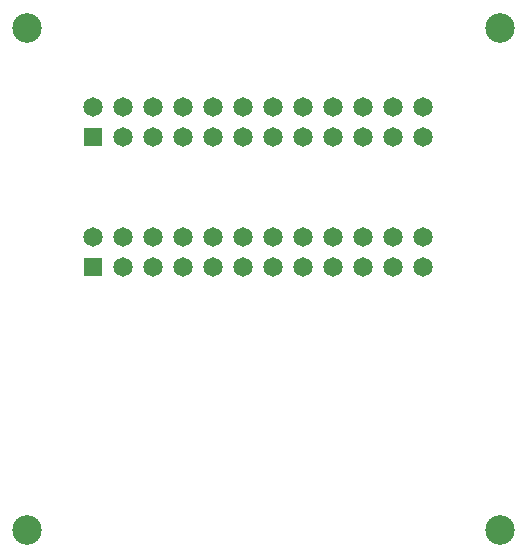
<source format=gbr>
%TF.GenerationSoftware,Altium Limited,Altium Designer,23.2.1 (34)*%
G04 Layer_Color=255*
%FSLAX45Y45*%
%MOMM*%
%TF.SameCoordinates,7D16A08E-AD26-414A-B05A-F9FA4662990C*%
%TF.FilePolarity,Positive*%
%TF.FileFunction,Pads,Bot*%
%TF.Part,Single*%
G01*
G75*
%TA.AperFunction,ComponentPad*%
%ADD13C,1.65000*%
%ADD14R,1.65000X1.65000*%
%TA.AperFunction,ViaPad*%
%ADD15C,2.50000*%
D13*
X6097006Y6332382D02*
D03*
X5843006D02*
D03*
X6097006Y6078382D02*
D03*
X5843006D02*
D03*
X5335006Y6332382D02*
D03*
Y6078382D02*
D03*
X4827006Y6332382D02*
D03*
Y6078382D02*
D03*
X4065006Y6332382D02*
D03*
Y6078382D02*
D03*
X3811006Y6332382D02*
D03*
Y6078382D02*
D03*
X3303006Y6332382D02*
D03*
X3557006Y6078382D02*
D03*
Y6332382D02*
D03*
X4319006Y6078382D02*
D03*
Y6332382D02*
D03*
X4573006Y6078382D02*
D03*
Y6332382D02*
D03*
X5081006Y6078382D02*
D03*
Y6332382D02*
D03*
X5589006Y6078382D02*
D03*
Y6332382D02*
D03*
X6097001Y5232374D02*
D03*
X5843001D02*
D03*
X6097001Y4978374D02*
D03*
X5843001D02*
D03*
X5335001Y5232374D02*
D03*
Y4978374D02*
D03*
X4827001Y5232374D02*
D03*
Y4978374D02*
D03*
X4065001Y5232374D02*
D03*
Y4978374D02*
D03*
X3811001Y5232374D02*
D03*
Y4978374D02*
D03*
X3303001Y5232374D02*
D03*
X3557001Y4978374D02*
D03*
Y5232374D02*
D03*
X4319001Y4978374D02*
D03*
Y5232374D02*
D03*
X4573001Y4978374D02*
D03*
Y5232374D02*
D03*
X5081001Y4978374D02*
D03*
Y5232374D02*
D03*
X5589001Y4978374D02*
D03*
Y5232374D02*
D03*
D14*
X3303006Y6078382D02*
D03*
X3303001Y4978374D02*
D03*
D15*
X2750000Y7000000D02*
D03*
X6750000D02*
D03*
Y2750000D02*
D03*
X2750000D02*
D03*
%TF.MD5,c60f9f85bc5dbe19182a702bb3d34aa4*%
M02*

</source>
